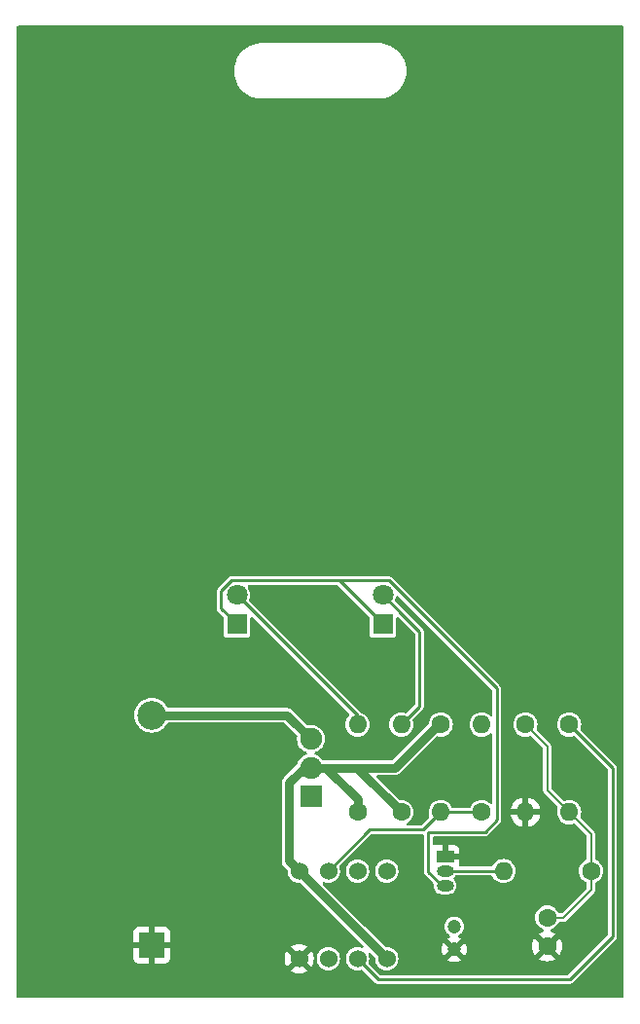
<source format=gbr>
%TF.GenerationSoftware,KiCad,Pcbnew,8.0.3*%
%TF.CreationDate,2024-07-07T15:03:45+03:00*%
%TF.ProjectId,Test,54657374-2e6b-4696-9361-645f70636258,v01*%
%TF.SameCoordinates,Original*%
%TF.FileFunction,Copper,L1,Top*%
%TF.FilePolarity,Positive*%
%FSLAX46Y46*%
G04 Gerber Fmt 4.6, Leading zero omitted, Abs format (unit mm)*
G04 Created by KiCad (PCBNEW 8.0.3) date 2024-07-07 15:03:45*
%MOMM*%
%LPD*%
G01*
G04 APERTURE LIST*
%TA.AperFunction,ComponentPad*%
%ADD10C,1.600000*%
%TD*%
%TA.AperFunction,ComponentPad*%
%ADD11O,1.600000X1.600000*%
%TD*%
%TA.AperFunction,ComponentPad*%
%ADD12R,1.900000X1.900000*%
%TD*%
%TA.AperFunction,ComponentPad*%
%ADD13C,1.900000*%
%TD*%
%TA.AperFunction,ComponentPad*%
%ADD14R,1.800000X1.800000*%
%TD*%
%TA.AperFunction,ComponentPad*%
%ADD15C,1.800000*%
%TD*%
%TA.AperFunction,ComponentPad*%
%ADD16R,2.170000X2.170000*%
%TD*%
%TA.AperFunction,ComponentPad*%
%ADD17C,2.500000*%
%TD*%
%TA.AperFunction,ComponentPad*%
%ADD18C,1.200000*%
%TD*%
%TA.AperFunction,ComponentPad*%
%ADD19C,1.524000*%
%TD*%
%TA.AperFunction,ComponentPad*%
%ADD20R,1.500000X1.000000*%
%TD*%
%TA.AperFunction,ComponentPad*%
%ADD21O,1.500000X1.000000*%
%TD*%
%TA.AperFunction,Conductor*%
%ADD22C,0.254000*%
%TD*%
%TA.AperFunction,Conductor*%
%ADD23C,0.762000*%
%TD*%
%TA.AperFunction,Conductor*%
%ADD24C,0.200000*%
%TD*%
G04 APERTURE END LIST*
D10*
%TO.P,R5,1*%
%TO.N,VCC*%
X157175200Y-110312200D03*
D11*
%TO.P,R5,2*%
%TO.N,Net-(D1-A)*%
X157175200Y-102692200D03*
%TD*%
D10*
%TO.P,R1,1*%
%TO.N,VCC*%
X164414200Y-102692200D03*
D11*
%TO.P,R1,2*%
%TO.N,Net-(U1-DIS)*%
X164414200Y-110312200D03*
%TD*%
D10*
%TO.P,R4,1*%
%TO.N,Net-(C2-Pad1)*%
X171780200Y-102692200D03*
D11*
%TO.P,R4,2*%
%TO.N,GND*%
X171780200Y-110312200D03*
%TD*%
D10*
%TO.P,R7,1*%
%TO.N,Net-(C2-Pad1)*%
X177495200Y-115432200D03*
D11*
%TO.P,R7,2*%
%TO.N,Net-(Q1-B)*%
X169875200Y-115432200D03*
%TD*%
D12*
%TO.P,S1,1*%
%TO.N,unconnected-(S1-Pad1)*%
X153111200Y-108940600D03*
D13*
%TO.P,S1,2*%
%TO.N,VCC*%
X153111200Y-106440600D03*
%TO.P,S1,3*%
%TO.N,Net-(BAT1-PadPos)*%
X153111200Y-103940600D03*
%TD*%
D14*
%TO.P,D1,1,K*%
%TO.N,Net-(D1-K)*%
X146685000Y-93980000D03*
D15*
%TO.P,D1,2,A*%
%TO.N,Net-(D1-A)*%
X146685000Y-91440000D03*
%TD*%
D16*
%TO.P,BAT1,Neg*%
%TO.N,GND*%
X139268200Y-121881900D03*
D17*
%TO.P,BAT1,Pos*%
%TO.N,Net-(BAT1-PadPos)*%
X139268200Y-101881900D03*
%TD*%
D18*
%TO.P,C1,1*%
%TO.N,Net-(U1-THRESH)*%
X165582600Y-120243600D03*
%TO.P,C1,2*%
%TO.N,GND*%
X165582600Y-122243600D03*
%TD*%
D10*
%TO.P,C2,1*%
%TO.N,Net-(C2-Pad1)*%
X173685200Y-119481600D03*
%TO.P,C2,2*%
%TO.N,GND*%
X173685200Y-121981600D03*
%TD*%
%TO.P,R6,1*%
%TO.N,VCC*%
X160985200Y-110312200D03*
D11*
%TO.P,R6,2*%
%TO.N,Net-(D2-A)*%
X160985200Y-102692200D03*
%TD*%
D10*
%TO.P,R3,1*%
%TO.N,Net-(U1-OUT)*%
X175590200Y-102692200D03*
D11*
%TO.P,R3,2*%
%TO.N,Net-(C2-Pad1)*%
X175590200Y-110312200D03*
%TD*%
D10*
%TO.P,R2,1*%
%TO.N,Net-(U1-DIS)*%
X167970200Y-110312200D03*
D11*
%TO.P,R2,2*%
%TO.N,Net-(U1-THRESH)*%
X167970200Y-102692200D03*
%TD*%
D19*
%TO.P,U1,1,GND*%
%TO.N,GND*%
X152095200Y-123052200D03*
%TO.P,U1,2,~{TRIG}*%
%TO.N,Net-(U1-THRESH)*%
X154635200Y-123052200D03*
%TO.P,U1,3,OUT*%
%TO.N,Net-(U1-OUT)*%
X157175200Y-123052200D03*
%TO.P,U1,4,~{RST}*%
%TO.N,VCC*%
X159715200Y-123052200D03*
%TO.P,U1,5,CV*%
%TO.N,unconnected-(U1-CV-Pad5)*%
X159715200Y-115432200D03*
%TO.P,U1,6,THRESH*%
%TO.N,Net-(U1-THRESH)*%
X157175200Y-115432200D03*
%TO.P,U1,7,DIS*%
%TO.N,Net-(U1-DIS)*%
X154635200Y-115432200D03*
%TO.P,U1,8,VDD*%
%TO.N,VCC*%
X152095200Y-115432200D03*
%TD*%
D20*
%TO.P,Q1,1,E*%
%TO.N,GND*%
X164795200Y-114162200D03*
D21*
%TO.P,Q1,2,B*%
%TO.N,Net-(Q1-B)*%
X164795200Y-115432200D03*
%TO.P,Q1,3,C*%
%TO.N,Net-(D1-K)*%
X164795200Y-116702200D03*
%TD*%
D14*
%TO.P,D2,1,K*%
%TO.N,Net-(D1-K)*%
X159385000Y-93980000D03*
D15*
%TO.P,D2,2,A*%
%TO.N,Net-(D2-A)*%
X159385000Y-91440000D03*
%TD*%
D22*
%TO.N,GND*%
X165271200Y-122555000D02*
X165582600Y-122243600D01*
D23*
%TO.N,Net-(BAT1-PadPos)*%
X151052500Y-101881900D02*
X153111200Y-103940600D01*
X139268200Y-101881900D02*
X151052500Y-101881900D01*
D24*
%TO.N,Net-(C2-Pad1)*%
X175082200Y-119481600D02*
X177495200Y-117068600D01*
X177495200Y-117068600D02*
X177495200Y-115432200D01*
X177495200Y-112217200D02*
X175590200Y-110312200D01*
X177495200Y-115432200D02*
X177495200Y-112217200D01*
X175590200Y-110312200D02*
X173685200Y-108407200D01*
X173685200Y-119481600D02*
X175082200Y-119481600D01*
X173685200Y-104597200D02*
X171780200Y-102692200D01*
X173685200Y-108407200D02*
X173685200Y-104597200D01*
D22*
%TO.N,Net-(D1-A)*%
X146685000Y-91440000D02*
X157175200Y-101930200D01*
X157175200Y-101930200D02*
X157175200Y-102692200D01*
%TO.N,Net-(D1-K)*%
X163344200Y-112024252D02*
X168264748Y-112024252D01*
X164795200Y-116702200D02*
X164545200Y-116702200D01*
X159385000Y-93980000D02*
X155575000Y-90170000D01*
X145288000Y-92583000D02*
X146685000Y-93980000D01*
X146219759Y-90170000D02*
X145288000Y-91101759D01*
X169291000Y-99568000D02*
X159893000Y-90170000D01*
X164545200Y-116702200D02*
X163344200Y-115501200D01*
X155575000Y-90170000D02*
X146219759Y-90170000D01*
X163344200Y-115501200D02*
X163344200Y-112024252D01*
X169291000Y-110998000D02*
X169291000Y-99568000D01*
X159893000Y-90170000D02*
X155575000Y-90170000D01*
X145288000Y-91101759D02*
X145288000Y-92583000D01*
X168264748Y-112024252D02*
X169291000Y-110998000D01*
%TO.N,Net-(D2-A)*%
X160985200Y-102692200D02*
X162560000Y-101117400D01*
X161036000Y-93091000D02*
X159385000Y-91440000D01*
X162560000Y-94615000D02*
X161036000Y-93091000D01*
X162560000Y-101117400D02*
X162560000Y-94615000D01*
%TO.N,Net-(Q1-B)*%
X164795200Y-115432200D02*
X169875200Y-115432200D01*
%TO.N,Net-(U1-DIS)*%
X154635200Y-115432200D02*
X158231200Y-111836200D01*
X158231200Y-111836200D02*
X162890200Y-111836200D01*
X164414200Y-110312200D02*
X167970200Y-110312200D01*
X162890200Y-111836200D02*
X164414200Y-110312200D01*
X167970200Y-110312200D02*
X168010200Y-110352200D01*
D23*
%TO.N,VCC*%
X151206200Y-107783600D02*
X151206200Y-114543200D01*
X157175200Y-109161098D02*
X157175200Y-110312200D01*
X153111200Y-106440600D02*
X154454702Y-106440600D01*
X152549200Y-106440600D02*
X151206200Y-107783600D01*
X152095200Y-115432200D02*
X159715200Y-123052200D01*
X153111200Y-106440600D02*
X160451800Y-106440600D01*
X154454702Y-106440600D02*
X157175200Y-109161098D01*
X153111200Y-106440600D02*
X152549200Y-106440600D01*
X153111200Y-106440600D02*
X157113600Y-106440600D01*
X157113600Y-106440600D02*
X160985200Y-110312200D01*
X160451800Y-106440600D02*
X164160200Y-102732200D01*
X151206200Y-114543200D02*
X152095200Y-115432200D01*
D22*
%TO.N,Net-(U1-OUT)*%
X157175200Y-123052200D02*
X158989400Y-124866400D01*
X179374800Y-106476800D02*
X175590200Y-102692200D01*
X158989400Y-124866400D02*
X175641000Y-124866400D01*
X179374800Y-121132600D02*
X179374800Y-106476800D01*
X175641000Y-124866400D02*
X179374800Y-121132600D01*
%TD*%
%TA.AperFunction,Conductor*%
%TO.N,GND*%
G36*
X164562066Y-114317975D02*
G01*
X164639425Y-114395334D01*
X164689800Y-114416200D01*
X164667200Y-114416200D01*
X164599079Y-114396198D01*
X164552586Y-114342542D01*
X164541200Y-114290200D01*
X164541200Y-114267599D01*
X164562066Y-114317975D01*
G37*
%TD.AperFunction*%
%TA.AperFunction,Conductor*%
G36*
X180281621Y-41930502D02*
G01*
X180328114Y-41984158D01*
X180339500Y-42036500D01*
X180339500Y-126365500D01*
X180319498Y-126433621D01*
X180265842Y-126480114D01*
X180213500Y-126491500D01*
X127634500Y-126491500D01*
X127566379Y-126471498D01*
X127519886Y-126417842D01*
X127508500Y-126365500D01*
X127508500Y-120748302D01*
X137675200Y-120748302D01*
X137675200Y-121627900D01*
X138739347Y-121627900D01*
X138723067Y-121656098D01*
X138683200Y-121804883D01*
X138683200Y-121958917D01*
X138723067Y-122107702D01*
X138739347Y-122135900D01*
X137675200Y-122135900D01*
X137675200Y-123015497D01*
X137681705Y-123075993D01*
X137732755Y-123212864D01*
X137732755Y-123212865D01*
X137820295Y-123329804D01*
X137937234Y-123417344D01*
X138074106Y-123468394D01*
X138134602Y-123474899D01*
X138134615Y-123474900D01*
X139014200Y-123474900D01*
X139014200Y-122410752D01*
X139042398Y-122427033D01*
X139191183Y-122466900D01*
X139345217Y-122466900D01*
X139494002Y-122427033D01*
X139522200Y-122410752D01*
X139522200Y-123474900D01*
X140401785Y-123474900D01*
X140401797Y-123474899D01*
X140462293Y-123468394D01*
X140599164Y-123417344D01*
X140599165Y-123417344D01*
X140716104Y-123329804D01*
X140803644Y-123212865D01*
X140803644Y-123212864D01*
X140854694Y-123075993D01*
X140857252Y-123052200D01*
X150820349Y-123052200D01*
X150839717Y-123273574D01*
X150897231Y-123488223D01*
X150897233Y-123488227D01*
X150991146Y-123689625D01*
X151035384Y-123752803D01*
X151035385Y-123752803D01*
X151714200Y-123073988D01*
X151714200Y-123102360D01*
X151740164Y-123199261D01*
X151790324Y-123286140D01*
X151861260Y-123357076D01*
X151948139Y-123407236D01*
X152045040Y-123433200D01*
X152073410Y-123433200D01*
X151394595Y-124112013D01*
X151394595Y-124112014D01*
X151457775Y-124156253D01*
X151457774Y-124156253D01*
X151659172Y-124250166D01*
X151659176Y-124250168D01*
X151873825Y-124307682D01*
X152095200Y-124327050D01*
X152316574Y-124307682D01*
X152531223Y-124250168D01*
X152531227Y-124250166D01*
X152732625Y-124156253D01*
X152732626Y-124156252D01*
X152795803Y-124112014D01*
X152795803Y-124112012D01*
X152116991Y-123433200D01*
X152145360Y-123433200D01*
X152242261Y-123407236D01*
X152329140Y-123357076D01*
X152400076Y-123286140D01*
X152450236Y-123199261D01*
X152476200Y-123102360D01*
X152476200Y-123073991D01*
X153155012Y-123752803D01*
X153155014Y-123752803D01*
X153199252Y-123689626D01*
X153199253Y-123689625D01*
X153293166Y-123488227D01*
X153293168Y-123488223D01*
X153350682Y-123273574D01*
X153366608Y-123091546D01*
X153382028Y-123052126D01*
X153602216Y-123052126D01*
X153615659Y-123077702D01*
X153617522Y-123090178D01*
X153633406Y-123251461D01*
X153633406Y-123251463D01*
X153691532Y-123443077D01*
X153691534Y-123443083D01*
X153785920Y-123619666D01*
X153785922Y-123619669D01*
X153912948Y-123774452D01*
X154067731Y-123901478D01*
X154067733Y-123901479D01*
X154235674Y-123991246D01*
X154244320Y-123995867D01*
X154435931Y-124053992D01*
X154435935Y-124053992D01*
X154435937Y-124053993D01*
X154635197Y-124073618D01*
X154635200Y-124073618D01*
X154635203Y-124073618D01*
X154834461Y-124053993D01*
X154834463Y-124053993D01*
X154834464Y-124053992D01*
X154834469Y-124053992D01*
X155026080Y-123995867D01*
X155202669Y-123901478D01*
X155357452Y-123774452D01*
X155484478Y-123619669D01*
X155578867Y-123443080D01*
X155636992Y-123251469D01*
X155638152Y-123239690D01*
X155656618Y-123052203D01*
X155656618Y-123052196D01*
X155636993Y-122852938D01*
X155636993Y-122852936D01*
X155636992Y-122852933D01*
X155636992Y-122852931D01*
X155578867Y-122661320D01*
X155570448Y-122645570D01*
X155484479Y-122484733D01*
X155484478Y-122484731D01*
X155357452Y-122329948D01*
X155202669Y-122202922D01*
X155202667Y-122202921D01*
X155202666Y-122202920D01*
X155026083Y-122108534D01*
X155026077Y-122108532D01*
X154945305Y-122084030D01*
X154834469Y-122050408D01*
X154834468Y-122050407D01*
X154834462Y-122050406D01*
X154635203Y-122030782D01*
X154635197Y-122030782D01*
X154435938Y-122050406D01*
X154435936Y-122050406D01*
X154244322Y-122108532D01*
X154244316Y-122108534D01*
X154067733Y-122202920D01*
X153912948Y-122329948D01*
X153785920Y-122484733D01*
X153691534Y-122661316D01*
X153691532Y-122661322D01*
X153633406Y-122852936D01*
X153633406Y-122852938D01*
X153617522Y-123014221D01*
X153602216Y-123052126D01*
X153382028Y-123052126D01*
X153382033Y-123052113D01*
X153368336Y-123025349D01*
X153366608Y-123012853D01*
X153350682Y-122830825D01*
X153293168Y-122616176D01*
X153293166Y-122616172D01*
X153199251Y-122414771D01*
X153155015Y-122351595D01*
X153155013Y-122351595D01*
X152476200Y-123030408D01*
X152476200Y-123002040D01*
X152450236Y-122905139D01*
X152400076Y-122818260D01*
X152329140Y-122747324D01*
X152242261Y-122697164D01*
X152145360Y-122671200D01*
X152116990Y-122671200D01*
X152795803Y-121992385D01*
X152795803Y-121992384D01*
X152732625Y-121948146D01*
X152531227Y-121854233D01*
X152531223Y-121854231D01*
X152316574Y-121796717D01*
X152095200Y-121777349D01*
X151873825Y-121796717D01*
X151659176Y-121854231D01*
X151659172Y-121854233D01*
X151457775Y-121948146D01*
X151394594Y-121992385D01*
X152073409Y-122671200D01*
X152045040Y-122671200D01*
X151948139Y-122697164D01*
X151861260Y-122747324D01*
X151790324Y-122818260D01*
X151740164Y-122905139D01*
X151714200Y-123002040D01*
X151714200Y-123030409D01*
X151035385Y-122351594D01*
X150991146Y-122414775D01*
X150897233Y-122616172D01*
X150897231Y-122616176D01*
X150839717Y-122830825D01*
X150820349Y-123052200D01*
X140857252Y-123052200D01*
X140861199Y-123015497D01*
X140861200Y-123015485D01*
X140861200Y-122135900D01*
X139797053Y-122135900D01*
X139813333Y-122107702D01*
X139853200Y-121958917D01*
X139853200Y-121804883D01*
X139813333Y-121656098D01*
X139797053Y-121627900D01*
X140861200Y-121627900D01*
X140861200Y-120748314D01*
X140861199Y-120748302D01*
X140854694Y-120687806D01*
X140803644Y-120550935D01*
X140803644Y-120550934D01*
X140716104Y-120433995D01*
X140599165Y-120346455D01*
X140462293Y-120295405D01*
X140401797Y-120288900D01*
X139522200Y-120288900D01*
X139522200Y-121353047D01*
X139494002Y-121336767D01*
X139345217Y-121296900D01*
X139191183Y-121296900D01*
X139042398Y-121336767D01*
X139014200Y-121353047D01*
X139014200Y-120288900D01*
X138134602Y-120288900D01*
X138074106Y-120295405D01*
X137937235Y-120346455D01*
X137937234Y-120346455D01*
X137820295Y-120433995D01*
X137732755Y-120550934D01*
X137732755Y-120550935D01*
X137681705Y-120687806D01*
X137675200Y-120748302D01*
X127508500Y-120748302D01*
X127508500Y-101881900D01*
X137759048Y-101881900D01*
X137764976Y-101957229D01*
X137777628Y-102117982D01*
X137832911Y-102348254D01*
X137918260Y-102554305D01*
X137923536Y-102567041D01*
X138038394Y-102754473D01*
X138047271Y-102768958D01*
X138047272Y-102768960D01*
X138201067Y-102949032D01*
X138355295Y-103080754D01*
X138381143Y-103102830D01*
X138583059Y-103226564D01*
X138801846Y-103317189D01*
X139032117Y-103372472D01*
X139268200Y-103391052D01*
X139504283Y-103372472D01*
X139734554Y-103317189D01*
X139953341Y-103226564D01*
X140155257Y-103102830D01*
X140335332Y-102949032D01*
X140489130Y-102768957D01*
X140606414Y-102577565D01*
X140659062Y-102529934D01*
X140713847Y-102517400D01*
X150737077Y-102517400D01*
X150805198Y-102537402D01*
X150826172Y-102554305D01*
X151886083Y-103614216D01*
X151920109Y-103676528D01*
X151922451Y-103714937D01*
X151922137Y-103718326D01*
X151901541Y-103940595D01*
X151901540Y-103940605D01*
X151922136Y-104162872D01*
X151922137Y-104162874D01*
X151983226Y-104377580D01*
X152082726Y-104577404D01*
X152082727Y-104577405D01*
X152082728Y-104577407D01*
X152217248Y-104755542D01*
X152382214Y-104905928D01*
X152382216Y-104905929D01*
X152382217Y-104905930D01*
X152572008Y-105023443D01*
X152616639Y-105040733D01*
X152700209Y-105073109D01*
X152756504Y-105116368D01*
X152780474Y-105183196D01*
X152764510Y-105252374D01*
X152713679Y-105301940D01*
X152700209Y-105308091D01*
X152572014Y-105357754D01*
X152572007Y-105357757D01*
X152382214Y-105475271D01*
X152217248Y-105625657D01*
X152082728Y-105803792D01*
X151983225Y-106003623D01*
X151950734Y-106117814D01*
X151918639Y-106172426D01*
X150801092Y-107289975D01*
X150712577Y-107378489D01*
X150712572Y-107378496D01*
X150643027Y-107482577D01*
X150595124Y-107598225D01*
X150595122Y-107598230D01*
X150570700Y-107721006D01*
X150570700Y-114605793D01*
X150591587Y-114710797D01*
X150595122Y-114728569D01*
X150643027Y-114844222D01*
X150712575Y-114948308D01*
X150712577Y-114948310D01*
X151042642Y-115278375D01*
X151076668Y-115340687D01*
X151078940Y-115379818D01*
X151073782Y-115432195D01*
X151073782Y-115432203D01*
X151093406Y-115631461D01*
X151093406Y-115631463D01*
X151151532Y-115823077D01*
X151151534Y-115823083D01*
X151245920Y-115999666D01*
X151245922Y-115999669D01*
X151372948Y-116154452D01*
X151527731Y-116281478D01*
X151527733Y-116281479D01*
X151646216Y-116344810D01*
X151704320Y-116375867D01*
X151895931Y-116433992D01*
X151895935Y-116433992D01*
X151895937Y-116433993D01*
X152095197Y-116453618D01*
X152095200Y-116453618D01*
X152095202Y-116453618D01*
X152119762Y-116451198D01*
X152147578Y-116448459D01*
X152217331Y-116461687D01*
X152249024Y-116484757D01*
X157650667Y-121886400D01*
X157684693Y-121948712D01*
X157679628Y-122019527D01*
X157637081Y-122076363D01*
X157570561Y-122101174D01*
X157524997Y-122096070D01*
X157374466Y-122050407D01*
X157374461Y-122050406D01*
X157175203Y-122030782D01*
X157175197Y-122030782D01*
X156975938Y-122050406D01*
X156975936Y-122050406D01*
X156784322Y-122108532D01*
X156784316Y-122108534D01*
X156607733Y-122202920D01*
X156452948Y-122329948D01*
X156325920Y-122484733D01*
X156231534Y-122661316D01*
X156231532Y-122661322D01*
X156173406Y-122852936D01*
X156173406Y-122852938D01*
X156153782Y-123052196D01*
X156153782Y-123052203D01*
X156173406Y-123251461D01*
X156173406Y-123251463D01*
X156231532Y-123443077D01*
X156231534Y-123443083D01*
X156325920Y-123619666D01*
X156325922Y-123619669D01*
X156452948Y-123774452D01*
X156607731Y-123901478D01*
X156607733Y-123901479D01*
X156775674Y-123991246D01*
X156784320Y-123995867D01*
X156975931Y-124053992D01*
X156975935Y-124053992D01*
X156975937Y-124053993D01*
X157175197Y-124073618D01*
X157175200Y-124073618D01*
X157175203Y-124073618D01*
X157374461Y-124053993D01*
X157374463Y-124053992D01*
X157374469Y-124053992D01*
X157400215Y-124046182D01*
X157503988Y-124014703D01*
X157574982Y-124014069D01*
X157629659Y-124046182D01*
X158684124Y-125100647D01*
X158755153Y-125171676D01*
X158755154Y-125171677D01*
X158755156Y-125171678D01*
X158842141Y-125221899D01*
X158842143Y-125221899D01*
X158842146Y-125221901D01*
X158939175Y-125247900D01*
X158939177Y-125247900D01*
X175691223Y-125247900D01*
X175691225Y-125247900D01*
X175788254Y-125221901D01*
X175788257Y-125221899D01*
X175788258Y-125221899D01*
X175831750Y-125196788D01*
X175875247Y-125171676D01*
X175946276Y-125100647D01*
X179680076Y-121366847D01*
X179730302Y-121279853D01*
X179756301Y-121182825D01*
X179756301Y-121082375D01*
X179756301Y-121074658D01*
X179756300Y-121074640D01*
X179756300Y-106537188D01*
X179756301Y-106537175D01*
X179756301Y-106426576D01*
X179730301Y-106329545D01*
X179680078Y-106242556D01*
X179680070Y-106242546D01*
X176614650Y-103177127D01*
X176580624Y-103114815D01*
X176583170Y-103051457D01*
X176629442Y-102898918D01*
X176633497Y-102857754D01*
X176649802Y-102692203D01*
X176649802Y-102692196D01*
X176629443Y-102485488D01*
X176629442Y-102485484D01*
X176629442Y-102485482D01*
X176569145Y-102286708D01*
X176471227Y-102103517D01*
X176471225Y-102103513D01*
X176339452Y-101942947D01*
X176178886Y-101811175D01*
X176178886Y-101811174D01*
X175995692Y-101713255D01*
X175796911Y-101652956D01*
X175590203Y-101632598D01*
X175590197Y-101632598D01*
X175383488Y-101652956D01*
X175184707Y-101713255D01*
X175001513Y-101811174D01*
X175001513Y-101811175D01*
X174840947Y-101942947D01*
X174709175Y-102103513D01*
X174709174Y-102103513D01*
X174611255Y-102286707D01*
X174550956Y-102485488D01*
X174530598Y-102692196D01*
X174530598Y-102692203D01*
X174550956Y-102898911D01*
X174611255Y-103097692D01*
X174709174Y-103280886D01*
X174840947Y-103441452D01*
X175001513Y-103573224D01*
X175001513Y-103573225D01*
X175001517Y-103573227D01*
X175184708Y-103671145D01*
X175383482Y-103731442D01*
X175383486Y-103731442D01*
X175383488Y-103731443D01*
X175590197Y-103751802D01*
X175590200Y-103751802D01*
X175590203Y-103751802D01*
X175796911Y-103731443D01*
X175796912Y-103731442D01*
X175796918Y-103731442D01*
X175949457Y-103685169D01*
X176020451Y-103684537D01*
X176075127Y-103716650D01*
X178956395Y-106597918D01*
X178990421Y-106660230D01*
X178993300Y-106687013D01*
X178993300Y-120922387D01*
X178973298Y-120990508D01*
X178956395Y-121011482D01*
X175519882Y-124447995D01*
X175457570Y-124482021D01*
X175430787Y-124484900D01*
X159199613Y-124484900D01*
X159131492Y-124464898D01*
X159110518Y-124447995D01*
X158169182Y-123506659D01*
X158135156Y-123444347D01*
X158137703Y-123380988D01*
X158176991Y-123251472D01*
X158176993Y-123251461D01*
X158196618Y-123052203D01*
X158196618Y-123052196D01*
X158176993Y-122852938D01*
X158176991Y-122852927D01*
X158131330Y-122702403D01*
X158130696Y-122631409D01*
X158168545Y-122571343D01*
X158232860Y-122541275D01*
X158303221Y-122550751D01*
X158340999Y-122576732D01*
X158662642Y-122898375D01*
X158696668Y-122960687D01*
X158698940Y-122999818D01*
X158693782Y-123052195D01*
X158693782Y-123052203D01*
X158713406Y-123251461D01*
X158713406Y-123251463D01*
X158771532Y-123443077D01*
X158771534Y-123443083D01*
X158865920Y-123619666D01*
X158865922Y-123619669D01*
X158992948Y-123774452D01*
X159147731Y-123901478D01*
X159147733Y-123901479D01*
X159315674Y-123991246D01*
X159324320Y-123995867D01*
X159515931Y-124053992D01*
X159515935Y-124053992D01*
X159515937Y-124053993D01*
X159715197Y-124073618D01*
X159715200Y-124073618D01*
X159715203Y-124073618D01*
X159914461Y-124053993D01*
X159914463Y-124053993D01*
X159914464Y-124053992D01*
X159914469Y-124053992D01*
X160106080Y-123995867D01*
X160282669Y-123901478D01*
X160437452Y-123774452D01*
X160564478Y-123619669D01*
X160658867Y-123443080D01*
X160716992Y-123251469D01*
X160718152Y-123239690D01*
X160723458Y-123185814D01*
X164999594Y-123185814D01*
X165086607Y-123239690D01*
X165086614Y-123239693D01*
X165278074Y-123313866D01*
X165278077Y-123313867D01*
X165479931Y-123351600D01*
X165685269Y-123351600D01*
X165887122Y-123313867D01*
X165887125Y-123313866D01*
X166078588Y-123239692D01*
X166078597Y-123239687D01*
X166165605Y-123185814D01*
X165582601Y-122602810D01*
X165582600Y-122602810D01*
X164999594Y-123185814D01*
X160723458Y-123185814D01*
X160736618Y-123052203D01*
X160736618Y-123052196D01*
X160716993Y-122852938D01*
X160716993Y-122852936D01*
X160716992Y-122852933D01*
X160716992Y-122852931D01*
X160658867Y-122661320D01*
X160650448Y-122645570D01*
X160564479Y-122484733D01*
X160564478Y-122484731D01*
X160437452Y-122329948D01*
X160332230Y-122243595D01*
X164469853Y-122243595D01*
X164469853Y-122243604D01*
X164488799Y-122448061D01*
X164488799Y-122448065D01*
X164544991Y-122645562D01*
X164544994Y-122645570D01*
X164636522Y-122829385D01*
X164636525Y-122829389D01*
X164636987Y-122830000D01*
X164636988Y-122830000D01*
X165223390Y-122243599D01*
X165183895Y-122204104D01*
X165282600Y-122204104D01*
X165282600Y-122283096D01*
X165303044Y-122359396D01*
X165342540Y-122427805D01*
X165398395Y-122483660D01*
X165466804Y-122523156D01*
X165543104Y-122543600D01*
X165622096Y-122543600D01*
X165698396Y-122523156D01*
X165766805Y-122483660D01*
X165822660Y-122427805D01*
X165862156Y-122359396D01*
X165882600Y-122283096D01*
X165882600Y-122243599D01*
X165941810Y-122243599D01*
X165941810Y-122243601D01*
X166528209Y-122830000D01*
X166528212Y-122830000D01*
X166528674Y-122829390D01*
X166620205Y-122645570D01*
X166620208Y-122645562D01*
X166676400Y-122448065D01*
X166676400Y-122448061D01*
X166695347Y-122243604D01*
X166695347Y-122243595D01*
X166676400Y-122039138D01*
X166676400Y-122039134D01*
X166620208Y-121841637D01*
X166620205Y-121841629D01*
X166528674Y-121657810D01*
X166528211Y-121657198D01*
X165941810Y-122243599D01*
X165882600Y-122243599D01*
X165882600Y-122204104D01*
X165862156Y-122127804D01*
X165822660Y-122059395D01*
X165766805Y-122003540D01*
X165698396Y-121964044D01*
X165622096Y-121943600D01*
X165543104Y-121943600D01*
X165466804Y-121964044D01*
X165398395Y-122003540D01*
X165342540Y-122059395D01*
X165303044Y-122127804D01*
X165282600Y-122204104D01*
X165183895Y-122204104D01*
X164636989Y-121657198D01*
X164636987Y-121657198D01*
X164636523Y-121657813D01*
X164544994Y-121841629D01*
X164544991Y-121841637D01*
X164488799Y-122039134D01*
X164488799Y-122039138D01*
X164469853Y-122243595D01*
X160332230Y-122243595D01*
X160282669Y-122202922D01*
X160282667Y-122202921D01*
X160282666Y-122202920D01*
X160106083Y-122108534D01*
X160106077Y-122108532D01*
X160025305Y-122084030D01*
X159914469Y-122050408D01*
X159914468Y-122050407D01*
X159914462Y-122050406D01*
X159715203Y-122030782D01*
X159715195Y-122030782D01*
X159662818Y-122035940D01*
X159593065Y-122022711D01*
X159561375Y-121999642D01*
X157805333Y-120243600D01*
X164723393Y-120243600D01*
X164742168Y-120422239D01*
X164797672Y-120593066D01*
X164797675Y-120593072D01*
X164887485Y-120748626D01*
X164887488Y-120748630D01*
X165007678Y-120882115D01*
X165152994Y-120987694D01*
X165152995Y-120987694D01*
X165152996Y-120987695D01*
X165157457Y-120989681D01*
X165211554Y-121035658D01*
X165232206Y-121103584D01*
X165212857Y-121171893D01*
X165159648Y-121218897D01*
X165151730Y-121222280D01*
X165086601Y-121247512D01*
X165086600Y-121247512D01*
X164999593Y-121301383D01*
X164999593Y-121301384D01*
X165582599Y-121884390D01*
X165582600Y-121884390D01*
X166165605Y-121301383D01*
X166078599Y-121247513D01*
X166078590Y-121247508D01*
X166013469Y-121222280D01*
X165957175Y-121179020D01*
X165933205Y-121112192D01*
X165949170Y-121043014D01*
X166000001Y-120993449D01*
X166007713Y-120989694D01*
X166012204Y-120987695D01*
X166157522Y-120882115D01*
X166277713Y-120748629D01*
X166367525Y-120593071D01*
X166390994Y-120520842D01*
X166423031Y-120422239D01*
X166441807Y-120243600D01*
X166423031Y-120064961D01*
X166423031Y-120064960D01*
X166367527Y-119894133D01*
X166367524Y-119894127D01*
X166320073Y-119811940D01*
X166277713Y-119738571D01*
X166157522Y-119605085D01*
X166012204Y-119499505D01*
X165848110Y-119426446D01*
X165672412Y-119389100D01*
X165492788Y-119389100D01*
X165317089Y-119426446D01*
X165152992Y-119499507D01*
X165007678Y-119605084D01*
X164887488Y-119738569D01*
X164887485Y-119738573D01*
X164797675Y-119894127D01*
X164797672Y-119894133D01*
X164742168Y-120064960D01*
X164723393Y-120243600D01*
X157805333Y-120243600D01*
X154159732Y-116597999D01*
X154125706Y-116535687D01*
X154130771Y-116464872D01*
X154173318Y-116408036D01*
X154239838Y-116383225D01*
X154285403Y-116388330D01*
X154435927Y-116433991D01*
X154435928Y-116433991D01*
X154435931Y-116433992D01*
X154435934Y-116433992D01*
X154435938Y-116433993D01*
X154635197Y-116453618D01*
X154635200Y-116453618D01*
X154635203Y-116453618D01*
X154834461Y-116433993D01*
X154834463Y-116433993D01*
X154834464Y-116433992D01*
X154834469Y-116433992D01*
X155026080Y-116375867D01*
X155202669Y-116281478D01*
X155357452Y-116154452D01*
X155484478Y-115999669D01*
X155578867Y-115823080D01*
X155636992Y-115631469D01*
X155647605Y-115523712D01*
X155656618Y-115432203D01*
X155656618Y-115432196D01*
X156153782Y-115432196D01*
X156153782Y-115432203D01*
X156173406Y-115631461D01*
X156173406Y-115631463D01*
X156231532Y-115823077D01*
X156231534Y-115823083D01*
X156325920Y-115999666D01*
X156325922Y-115999669D01*
X156452948Y-116154452D01*
X156607731Y-116281478D01*
X156607733Y-116281479D01*
X156726216Y-116344810D01*
X156784320Y-116375867D01*
X156975931Y-116433992D01*
X156975935Y-116433992D01*
X156975937Y-116433993D01*
X157175197Y-116453618D01*
X157175200Y-116453618D01*
X157175203Y-116453618D01*
X157374461Y-116433993D01*
X157374463Y-116433993D01*
X157374464Y-116433992D01*
X157374469Y-116433992D01*
X157566080Y-116375867D01*
X157742669Y-116281478D01*
X157897452Y-116154452D01*
X158024478Y-115999669D01*
X158118867Y-115823080D01*
X158176992Y-115631469D01*
X158187605Y-115523712D01*
X158196618Y-115432203D01*
X158196618Y-115432196D01*
X158693782Y-115432196D01*
X158693782Y-115432203D01*
X158713406Y-115631461D01*
X158713406Y-115631463D01*
X158771532Y-115823077D01*
X158771534Y-115823083D01*
X158865920Y-115999666D01*
X158865922Y-115999669D01*
X158992948Y-116154452D01*
X159147731Y-116281478D01*
X159147733Y-116281479D01*
X159266216Y-116344810D01*
X159324320Y-116375867D01*
X159515931Y-116433992D01*
X159515935Y-116433992D01*
X159515937Y-116433993D01*
X159715197Y-116453618D01*
X159715200Y-116453618D01*
X159715203Y-116453618D01*
X159914461Y-116433993D01*
X159914463Y-116433993D01*
X159914464Y-116433992D01*
X159914469Y-116433992D01*
X160106080Y-116375867D01*
X160282669Y-116281478D01*
X160437452Y-116154452D01*
X160564478Y-115999669D01*
X160658867Y-115823080D01*
X160716992Y-115631469D01*
X160727605Y-115523712D01*
X160736618Y-115432203D01*
X160736618Y-115432196D01*
X160716993Y-115232938D01*
X160716993Y-115232936D01*
X160716992Y-115232933D01*
X160716992Y-115232931D01*
X160658867Y-115041320D01*
X160653189Y-115030698D01*
X160564479Y-114864733D01*
X160564478Y-114864731D01*
X160437452Y-114709948D01*
X160282669Y-114582922D01*
X160282667Y-114582921D01*
X160282666Y-114582920D01*
X160106083Y-114488534D01*
X160106077Y-114488532D01*
X159914462Y-114430406D01*
X159715203Y-114410782D01*
X159715197Y-114410782D01*
X159515938Y-114430406D01*
X159515936Y-114430406D01*
X159324322Y-114488532D01*
X159324316Y-114488534D01*
X159147733Y-114582920D01*
X158992948Y-114709948D01*
X158865920Y-114864733D01*
X158771534Y-115041316D01*
X158771532Y-115041322D01*
X158713406Y-115232936D01*
X158713406Y-115232938D01*
X158693782Y-115432196D01*
X158196618Y-115432196D01*
X158176993Y-115232938D01*
X158176993Y-115232936D01*
X158176992Y-115232933D01*
X158176992Y-115232931D01*
X158118867Y-115041320D01*
X158113189Y-115030698D01*
X158024479Y-114864733D01*
X158024478Y-114864731D01*
X157897452Y-114709948D01*
X157742669Y-114582922D01*
X157742667Y-114582921D01*
X157742666Y-114582920D01*
X157566083Y-114488534D01*
X157566077Y-114488532D01*
X157374462Y-114430406D01*
X157175203Y-114410782D01*
X157175197Y-114410782D01*
X156975938Y-114430406D01*
X156975936Y-114430406D01*
X156784322Y-114488532D01*
X156784316Y-114488534D01*
X156607733Y-114582920D01*
X156452948Y-114709948D01*
X156325920Y-114864733D01*
X156231534Y-115041316D01*
X156231532Y-115041322D01*
X156173406Y-115232936D01*
X156173406Y-115232938D01*
X156153782Y-115432196D01*
X155656618Y-115432196D01*
X155636993Y-115232938D01*
X155636992Y-115232935D01*
X155636992Y-115232931D01*
X155597701Y-115103410D01*
X155597068Y-115032418D01*
X155629179Y-114977742D01*
X158352318Y-112254605D01*
X158414630Y-112220579D01*
X158441413Y-112217700D01*
X162836700Y-112217700D01*
X162904821Y-112237702D01*
X162951314Y-112291358D01*
X162962700Y-112343700D01*
X162962700Y-115551423D01*
X162962699Y-115551423D01*
X162962700Y-115551425D01*
X162988699Y-115648454D01*
X163027621Y-115715869D01*
X163027621Y-115715871D01*
X163034146Y-115727171D01*
X163038924Y-115735447D01*
X163766415Y-116462938D01*
X163800439Y-116525249D01*
X163800898Y-116576612D01*
X163790700Y-116627880D01*
X163790700Y-116776514D01*
X163819592Y-116921761D01*
X163819695Y-116922280D01*
X163876571Y-117059590D01*
X163959141Y-117183166D01*
X163959142Y-117183167D01*
X163959147Y-117183173D01*
X164064226Y-117288252D01*
X164064232Y-117288257D01*
X164064234Y-117288259D01*
X164187810Y-117370829D01*
X164325120Y-117427705D01*
X164470888Y-117456700D01*
X164470889Y-117456700D01*
X165119511Y-117456700D01*
X165119512Y-117456700D01*
X165265280Y-117427705D01*
X165402590Y-117370829D01*
X165526166Y-117288259D01*
X165631259Y-117183166D01*
X165713829Y-117059590D01*
X165770705Y-116922280D01*
X165799700Y-116776512D01*
X165799700Y-116627888D01*
X165770705Y-116482120D01*
X165713829Y-116344810D01*
X165631259Y-116221234D01*
X165631257Y-116221232D01*
X165631252Y-116221226D01*
X165566321Y-116156295D01*
X165532295Y-116093983D01*
X165537360Y-116023168D01*
X165566321Y-115978105D01*
X165631255Y-115913170D01*
X165631259Y-115913166D01*
X165660302Y-115869698D01*
X165714778Y-115824171D01*
X165765068Y-115813700D01*
X168807910Y-115813700D01*
X168876031Y-115833702D01*
X168919032Y-115880304D01*
X168994174Y-116020886D01*
X169125947Y-116181452D01*
X169286513Y-116313224D01*
X169286513Y-116313225D01*
X169286517Y-116313227D01*
X169469708Y-116411145D01*
X169668482Y-116471442D01*
X169668486Y-116471442D01*
X169668488Y-116471443D01*
X169875197Y-116491802D01*
X169875200Y-116491802D01*
X169875203Y-116491802D01*
X170081911Y-116471443D01*
X170081912Y-116471442D01*
X170081918Y-116471442D01*
X170280692Y-116411145D01*
X170463883Y-116313227D01*
X170463884Y-116313225D01*
X170463886Y-116313225D01*
X170463886Y-116313224D01*
X170624452Y-116181452D01*
X170756227Y-116020883D01*
X170854145Y-115837692D01*
X170914442Y-115638918D01*
X170915177Y-115631463D01*
X170934802Y-115432203D01*
X170934802Y-115432196D01*
X170914443Y-115225488D01*
X170914442Y-115225486D01*
X170914442Y-115225482D01*
X170854145Y-115026708D01*
X170756227Y-114843517D01*
X170756225Y-114843513D01*
X170624452Y-114682947D01*
X170463886Y-114551175D01*
X170463886Y-114551174D01*
X170280692Y-114453255D01*
X170140676Y-114410782D01*
X170081918Y-114392958D01*
X170081917Y-114392957D01*
X170081911Y-114392956D01*
X169875203Y-114372598D01*
X169875197Y-114372598D01*
X169668488Y-114392956D01*
X169469707Y-114453255D01*
X169286513Y-114551174D01*
X169286513Y-114551175D01*
X169125947Y-114682947D01*
X168994175Y-114843513D01*
X168994174Y-114843513D01*
X168919032Y-114984096D01*
X168869280Y-115034744D01*
X168807910Y-115050700D01*
X166123956Y-115050700D01*
X166055835Y-115030698D01*
X166009342Y-114977042D01*
X165999238Y-114906768D01*
X166005900Y-114880667D01*
X166046694Y-114771292D01*
X166053199Y-114710797D01*
X166053200Y-114710785D01*
X166053200Y-114416200D01*
X164900600Y-114416200D01*
X164950975Y-114395334D01*
X165028334Y-114317975D01*
X165070200Y-114216901D01*
X165070200Y-114107499D01*
X165028334Y-114006425D01*
X164950975Y-113929066D01*
X164900600Y-113908200D01*
X165049200Y-113908200D01*
X166053200Y-113908200D01*
X166053200Y-113613614D01*
X166053199Y-113613602D01*
X166046694Y-113553106D01*
X165995644Y-113416235D01*
X165995644Y-113416234D01*
X165908104Y-113299295D01*
X165791165Y-113211755D01*
X165654293Y-113160705D01*
X165593797Y-113154200D01*
X165049200Y-113154200D01*
X165049200Y-113908200D01*
X164900600Y-113908200D01*
X164849901Y-113887200D01*
X164740499Y-113887200D01*
X164639425Y-113929066D01*
X164562066Y-114006425D01*
X164541200Y-114056800D01*
X164541200Y-113154200D01*
X163996602Y-113154200D01*
X163936105Y-113160705D01*
X163895732Y-113175764D01*
X163824916Y-113180828D01*
X163762604Y-113146803D01*
X163728579Y-113084491D01*
X163725700Y-113057708D01*
X163725700Y-112531752D01*
X163745702Y-112463631D01*
X163799358Y-112417138D01*
X163851700Y-112405752D01*
X168314971Y-112405752D01*
X168314973Y-112405752D01*
X168412002Y-112379753D01*
X168412005Y-112379751D01*
X168412006Y-112379751D01*
X168474448Y-112343700D01*
X168498995Y-112329528D01*
X168570024Y-112258499D01*
X168587733Y-112240790D01*
X168587739Y-112240782D01*
X169514871Y-111313649D01*
X169514881Y-111313642D01*
X169596270Y-111232253D01*
X169596276Y-111232247D01*
X169640193Y-111156180D01*
X169646499Y-111145258D01*
X169646499Y-111145257D01*
X169646501Y-111145254D01*
X169672500Y-111048225D01*
X169672500Y-110058200D01*
X170494117Y-110058200D01*
X171468514Y-110058200D01*
X171460120Y-110066594D01*
X171407459Y-110157806D01*
X171380200Y-110259539D01*
X171380200Y-110364861D01*
X171407459Y-110466594D01*
X171460120Y-110557806D01*
X171468514Y-110566200D01*
X170494118Y-110566200D01*
X170546386Y-110761268D01*
X170546388Y-110761273D01*
X170643112Y-110968698D01*
X170774384Y-111156174D01*
X170774389Y-111156180D01*
X170936219Y-111318010D01*
X170936225Y-111318015D01*
X171123701Y-111449287D01*
X171331126Y-111546011D01*
X171331131Y-111546013D01*
X171526200Y-111598281D01*
X171526200Y-110623886D01*
X171534594Y-110632280D01*
X171625806Y-110684941D01*
X171727539Y-110712200D01*
X171832861Y-110712200D01*
X171934594Y-110684941D01*
X172025806Y-110632280D01*
X172034200Y-110623886D01*
X172034200Y-111598281D01*
X172229268Y-111546013D01*
X172229273Y-111546011D01*
X172436698Y-111449287D01*
X172624174Y-111318015D01*
X172624180Y-111318010D01*
X172786010Y-111156180D01*
X172786015Y-111156174D01*
X172917287Y-110968698D01*
X173014011Y-110761273D01*
X173014013Y-110761268D01*
X173066282Y-110566200D01*
X172091886Y-110566200D01*
X172100280Y-110557806D01*
X172152941Y-110466594D01*
X172180200Y-110364861D01*
X172180200Y-110259539D01*
X172152941Y-110157806D01*
X172100280Y-110066594D01*
X172091886Y-110058200D01*
X173066282Y-110058200D01*
X173014013Y-109863131D01*
X173014011Y-109863126D01*
X172917287Y-109655701D01*
X172786015Y-109468225D01*
X172786010Y-109468219D01*
X172624180Y-109306389D01*
X172624174Y-109306384D01*
X172436698Y-109175112D01*
X172229273Y-109078388D01*
X172229271Y-109078387D01*
X172034200Y-109026117D01*
X172034200Y-110000514D01*
X172025806Y-109992120D01*
X171934594Y-109939459D01*
X171832861Y-109912200D01*
X171727539Y-109912200D01*
X171625806Y-109939459D01*
X171534594Y-109992120D01*
X171526200Y-110000514D01*
X171526200Y-109026117D01*
X171526199Y-109026117D01*
X171331128Y-109078387D01*
X171331126Y-109078388D01*
X171123701Y-109175112D01*
X170936225Y-109306384D01*
X170936219Y-109306389D01*
X170774389Y-109468219D01*
X170774384Y-109468225D01*
X170643112Y-109655701D01*
X170546388Y-109863126D01*
X170546386Y-109863131D01*
X170494117Y-110058200D01*
X169672500Y-110058200D01*
X169672500Y-102692196D01*
X170720598Y-102692196D01*
X170720598Y-102692203D01*
X170740956Y-102898911D01*
X170801255Y-103097692D01*
X170899174Y-103280886D01*
X171030947Y-103441452D01*
X171191513Y-103573224D01*
X171191513Y-103573225D01*
X171191517Y-103573227D01*
X171374708Y-103671145D01*
X171573482Y-103731442D01*
X171573486Y-103731442D01*
X171573488Y-103731443D01*
X171780197Y-103751802D01*
X171780200Y-103751802D01*
X171780203Y-103751802D01*
X171986911Y-103731443D01*
X171986912Y-103731442D01*
X171986918Y-103731442D01*
X172168754Y-103676282D01*
X172239748Y-103675650D01*
X172294424Y-103707763D01*
X173293795Y-104707134D01*
X173327821Y-104769446D01*
X173330700Y-104796229D01*
X173330700Y-108453874D01*
X173354859Y-108544033D01*
X173401526Y-108624864D01*
X173401534Y-108624874D01*
X174574637Y-109797976D01*
X174608662Y-109860288D01*
X174606117Y-109923646D01*
X174550956Y-110105488D01*
X174530598Y-110312196D01*
X174530598Y-110312203D01*
X174550956Y-110518911D01*
X174550957Y-110518917D01*
X174550958Y-110518918D01*
X174565301Y-110566200D01*
X174611255Y-110717692D01*
X174709174Y-110900886D01*
X174840947Y-111061452D01*
X175001513Y-111193224D01*
X175001513Y-111193225D01*
X175001517Y-111193227D01*
X175184708Y-111291145D01*
X175383482Y-111351442D01*
X175383486Y-111351442D01*
X175383488Y-111351443D01*
X175590197Y-111371802D01*
X175590200Y-111371802D01*
X175590203Y-111371802D01*
X175796911Y-111351443D01*
X175796912Y-111351442D01*
X175796918Y-111351442D01*
X175978754Y-111296282D01*
X176049748Y-111295650D01*
X176104424Y-111327763D01*
X177103795Y-112327134D01*
X177137821Y-112389446D01*
X177140700Y-112416229D01*
X177140700Y-114350477D01*
X177120698Y-114418598D01*
X177074097Y-114461599D01*
X176906511Y-114551176D01*
X176745947Y-114682947D01*
X176614175Y-114843513D01*
X176614174Y-114843513D01*
X176516255Y-115026707D01*
X176455956Y-115225488D01*
X176435598Y-115432196D01*
X176435598Y-115432203D01*
X176455956Y-115638911D01*
X176455957Y-115638917D01*
X176455958Y-115638918D01*
X176499360Y-115781997D01*
X176516255Y-115837692D01*
X176614174Y-116020886D01*
X176745947Y-116181452D01*
X176906513Y-116313224D01*
X176906513Y-116313225D01*
X176906517Y-116313227D01*
X177047024Y-116388330D01*
X177074096Y-116402800D01*
X177124744Y-116452552D01*
X177140700Y-116513922D01*
X177140700Y-116869571D01*
X177120698Y-116937692D01*
X177103795Y-116958666D01*
X174972266Y-119090195D01*
X174909954Y-119124221D01*
X174883171Y-119127100D01*
X174766922Y-119127100D01*
X174698801Y-119107098D01*
X174655800Y-119060496D01*
X174566225Y-118892913D01*
X174434452Y-118732347D01*
X174273886Y-118600575D01*
X174273886Y-118600574D01*
X174090692Y-118502655D01*
X173891911Y-118442356D01*
X173685203Y-118421998D01*
X173685197Y-118421998D01*
X173478488Y-118442356D01*
X173279707Y-118502655D01*
X173096513Y-118600574D01*
X173096513Y-118600575D01*
X172935947Y-118732347D01*
X172804175Y-118892913D01*
X172804174Y-118892913D01*
X172706255Y-119076107D01*
X172645956Y-119274888D01*
X172625598Y-119481596D01*
X172625598Y-119481603D01*
X172645956Y-119688311D01*
X172645957Y-119688317D01*
X172645958Y-119688318D01*
X172669301Y-119765271D01*
X172706255Y-119887092D01*
X172804174Y-120070286D01*
X172935947Y-120230852D01*
X173096513Y-120362624D01*
X173096513Y-120362625D01*
X173096517Y-120362627D01*
X173279708Y-120460545D01*
X173339827Y-120478781D01*
X173399207Y-120517696D01*
X173428123Y-120582537D01*
X173417393Y-120652718D01*
X173370424Y-120705957D01*
X173335863Y-120721062D01*
X173236139Y-120747783D01*
X173236126Y-120747788D01*
X173028700Y-120844513D01*
X172957309Y-120894500D01*
X173644409Y-121581600D01*
X173632539Y-121581600D01*
X173530806Y-121608859D01*
X173439594Y-121661520D01*
X173365120Y-121735994D01*
X173312459Y-121827206D01*
X173285200Y-121928939D01*
X173285200Y-121940809D01*
X172598100Y-121253709D01*
X172548113Y-121325100D01*
X172451388Y-121532526D01*
X172451386Y-121532531D01*
X172392151Y-121753597D01*
X172372204Y-121981600D01*
X172392151Y-122209602D01*
X172451386Y-122430668D01*
X172451388Y-122430673D01*
X172548113Y-122638101D01*
X172598099Y-122709488D01*
X173285200Y-122022388D01*
X173285200Y-122034261D01*
X173312459Y-122135994D01*
X173365120Y-122227206D01*
X173439594Y-122301680D01*
X173530806Y-122354341D01*
X173632539Y-122381600D01*
X173644410Y-122381600D01*
X172957310Y-123068698D01*
X172957310Y-123068700D01*
X173028698Y-123118686D01*
X173236126Y-123215411D01*
X173236131Y-123215413D01*
X173457199Y-123274648D01*
X173457195Y-123274648D01*
X173685200Y-123294595D01*
X173913202Y-123274648D01*
X174134268Y-123215413D01*
X174134273Y-123215411D01*
X174341697Y-123118688D01*
X174413088Y-123068699D01*
X174413088Y-123068697D01*
X173725991Y-122381600D01*
X173737861Y-122381600D01*
X173839594Y-122354341D01*
X173930806Y-122301680D01*
X174005280Y-122227206D01*
X174057941Y-122135994D01*
X174085200Y-122034261D01*
X174085200Y-122022391D01*
X174772297Y-122709488D01*
X174772299Y-122709488D01*
X174822288Y-122638097D01*
X174919011Y-122430673D01*
X174919013Y-122430668D01*
X174978248Y-122209602D01*
X174998195Y-121981600D01*
X174978248Y-121753597D01*
X174919013Y-121532531D01*
X174919011Y-121532526D01*
X174822286Y-121325098D01*
X174772300Y-121253710D01*
X174772298Y-121253710D01*
X174085200Y-121940808D01*
X174085200Y-121928939D01*
X174057941Y-121827206D01*
X174005280Y-121735994D01*
X173930806Y-121661520D01*
X173839594Y-121608859D01*
X173737861Y-121581600D01*
X173725990Y-121581600D01*
X174413088Y-120894499D01*
X174413088Y-120894498D01*
X174341701Y-120844513D01*
X174134273Y-120747788D01*
X174134271Y-120747787D01*
X174034536Y-120721063D01*
X173973914Y-120684111D01*
X173942892Y-120620250D01*
X173951321Y-120549756D01*
X173996524Y-120495009D01*
X174030571Y-120478782D01*
X174090692Y-120460545D01*
X174273883Y-120362627D01*
X174273884Y-120362625D01*
X174273886Y-120362625D01*
X174273886Y-120362624D01*
X174434452Y-120230852D01*
X174566227Y-120070283D01*
X174655800Y-119902703D01*
X174705552Y-119852056D01*
X174766922Y-119836100D01*
X175128871Y-119836100D01*
X175219032Y-119811941D01*
X175299868Y-119765271D01*
X177778871Y-117286268D01*
X177825541Y-117205432D01*
X177849700Y-117115271D01*
X177849700Y-117021929D01*
X177849700Y-116513922D01*
X177869702Y-116445801D01*
X177916304Y-116402800D01*
X178083883Y-116313227D01*
X178083884Y-116313225D01*
X178083886Y-116313225D01*
X178083886Y-116313224D01*
X178244452Y-116181452D01*
X178376227Y-116020883D01*
X178474145Y-115837692D01*
X178534442Y-115638918D01*
X178535177Y-115631463D01*
X178554802Y-115432203D01*
X178554802Y-115432196D01*
X178534443Y-115225488D01*
X178534442Y-115225486D01*
X178534442Y-115225482D01*
X178474145Y-115026708D01*
X178376227Y-114843517D01*
X178376225Y-114843513D01*
X178244452Y-114682947D01*
X178083888Y-114551176D01*
X178083884Y-114551173D01*
X178083883Y-114551173D01*
X177966692Y-114488533D01*
X177916303Y-114461599D01*
X177865655Y-114411846D01*
X177849700Y-114350477D01*
X177849700Y-112170529D01*
X177849699Y-112170525D01*
X177825540Y-112080366D01*
X177778873Y-111999535D01*
X177778869Y-111999530D01*
X177712868Y-111933529D01*
X176605763Y-110826424D01*
X176571737Y-110764112D01*
X176574283Y-110700754D01*
X176595054Y-110632280D01*
X176629442Y-110518918D01*
X176634596Y-110466594D01*
X176649802Y-110312203D01*
X176649802Y-110312196D01*
X176629443Y-110105488D01*
X176629442Y-110105486D01*
X176629442Y-110105482D01*
X176569145Y-109906708D01*
X176471227Y-109723517D01*
X176471225Y-109723513D01*
X176339452Y-109562947D01*
X176178886Y-109431175D01*
X176178886Y-109431174D01*
X175995692Y-109333255D01*
X175907126Y-109306389D01*
X175796918Y-109272958D01*
X175796917Y-109272957D01*
X175796911Y-109272956D01*
X175590203Y-109252598D01*
X175590197Y-109252598D01*
X175383488Y-109272956D01*
X175201646Y-109328117D01*
X175130652Y-109328750D01*
X175075976Y-109296637D01*
X174076605Y-108297266D01*
X174042579Y-108234954D01*
X174039700Y-108208171D01*
X174039700Y-104550529D01*
X174039699Y-104550525D01*
X174015540Y-104460366D01*
X173968873Y-104379535D01*
X173968869Y-104379530D01*
X173966910Y-104377571D01*
X173902868Y-104313529D01*
X172795763Y-103206424D01*
X172761737Y-103144112D01*
X172764283Y-103080754D01*
X172773170Y-103051457D01*
X172819442Y-102898918D01*
X172823497Y-102857754D01*
X172839802Y-102692203D01*
X172839802Y-102692196D01*
X172819443Y-102485488D01*
X172819442Y-102485484D01*
X172819442Y-102485482D01*
X172759145Y-102286708D01*
X172661227Y-102103517D01*
X172661225Y-102103513D01*
X172529452Y-101942947D01*
X172368886Y-101811175D01*
X172368886Y-101811174D01*
X172185692Y-101713255D01*
X171986911Y-101652956D01*
X171780203Y-101632598D01*
X171780197Y-101632598D01*
X171573488Y-101652956D01*
X171374707Y-101713255D01*
X171191513Y-101811174D01*
X171191513Y-101811175D01*
X171030947Y-101942947D01*
X170899175Y-102103513D01*
X170899174Y-102103513D01*
X170801255Y-102286707D01*
X170740956Y-102485488D01*
X170720598Y-102692196D01*
X169672500Y-102692196D01*
X169672500Y-99517775D01*
X169646501Y-99420746D01*
X169646499Y-99420743D01*
X169646499Y-99420741D01*
X169596278Y-99333756D01*
X169596274Y-99333751D01*
X169525247Y-99262724D01*
X164827298Y-94564775D01*
X160127253Y-89864729D01*
X160127243Y-89864721D01*
X160040258Y-89814500D01*
X160028792Y-89811427D01*
X159943225Y-89788500D01*
X155625225Y-89788500D01*
X146169534Y-89788500D01*
X146110149Y-89804412D01*
X146072500Y-89814500D01*
X145985515Y-89864721D01*
X145985509Y-89864726D01*
X145519631Y-90330604D01*
X145053753Y-90796483D01*
X145020610Y-90829626D01*
X144982725Y-90867510D01*
X144982721Y-90867515D01*
X144932500Y-90954500D01*
X144906500Y-91051535D01*
X144906500Y-92633223D01*
X144906499Y-92633223D01*
X144932500Y-92730258D01*
X144982721Y-92817243D01*
X144982726Y-92817249D01*
X145493595Y-93328117D01*
X145527620Y-93390430D01*
X145530500Y-93417213D01*
X145530500Y-94905063D01*
X145530501Y-94905073D01*
X145545265Y-94979300D01*
X145601516Y-95063484D01*
X145685697Y-95119733D01*
X145685699Y-95119734D01*
X145759933Y-95134500D01*
X147610066Y-95134499D01*
X147610069Y-95134498D01*
X147610073Y-95134498D01*
X147659326Y-95124701D01*
X147684301Y-95119734D01*
X147768484Y-95063484D01*
X147824734Y-94979301D01*
X147839500Y-94905067D01*
X147839499Y-93438211D01*
X147859501Y-93370091D01*
X147913157Y-93323598D01*
X147983431Y-93313494D01*
X148048011Y-93342987D01*
X148054594Y-93349117D01*
X156449840Y-101744363D01*
X156483866Y-101806675D01*
X156478801Y-101877490D01*
X156440683Y-101930853D01*
X156425948Y-101942946D01*
X156425947Y-101942947D01*
X156294175Y-102103513D01*
X156294174Y-102103513D01*
X156196255Y-102286707D01*
X156135956Y-102485488D01*
X156115598Y-102692196D01*
X156115598Y-102692203D01*
X156135956Y-102898911D01*
X156196255Y-103097692D01*
X156294174Y-103280886D01*
X156425947Y-103441452D01*
X156586513Y-103573224D01*
X156586513Y-103573225D01*
X156586517Y-103573227D01*
X156769708Y-103671145D01*
X156968482Y-103731442D01*
X156968486Y-103731442D01*
X156968488Y-103731443D01*
X157175197Y-103751802D01*
X157175200Y-103751802D01*
X157175203Y-103751802D01*
X157381911Y-103731443D01*
X157381912Y-103731442D01*
X157381918Y-103731442D01*
X157580692Y-103671145D01*
X157763883Y-103573227D01*
X157763884Y-103573225D01*
X157763886Y-103573225D01*
X157763886Y-103573224D01*
X157924452Y-103441452D01*
X158056227Y-103280883D01*
X158154145Y-103097692D01*
X158214442Y-102898918D01*
X158218497Y-102857754D01*
X158234802Y-102692203D01*
X158234802Y-102692196D01*
X158214443Y-102485488D01*
X158214442Y-102485484D01*
X158214442Y-102485482D01*
X158154145Y-102286708D01*
X158056227Y-102103517D01*
X158056225Y-102103513D01*
X157924452Y-101942947D01*
X157763886Y-101811175D01*
X157763886Y-101811174D01*
X157580695Y-101713256D01*
X157580686Y-101713253D01*
X157534455Y-101699229D01*
X157491875Y-101686312D01*
X157439356Y-101654833D01*
X147789439Y-92004916D01*
X147755413Y-91942604D01*
X147760478Y-91871789D01*
X147765747Y-91859652D01*
X147765904Y-91859334D01*
X147766151Y-91858840D01*
X147824704Y-91653048D01*
X147844446Y-91440000D01*
X147824704Y-91226952D01*
X147766151Y-91021160D01*
X147670781Y-90829630D01*
X147613239Y-90753432D01*
X147588149Y-90687017D01*
X147602949Y-90617580D01*
X147652940Y-90567167D01*
X147713789Y-90551500D01*
X155364787Y-90551500D01*
X155432908Y-90571502D01*
X155453882Y-90588405D01*
X158193595Y-93328118D01*
X158227621Y-93390430D01*
X158230500Y-93417213D01*
X158230500Y-94905063D01*
X158230501Y-94905073D01*
X158245265Y-94979300D01*
X158301516Y-95063484D01*
X158385697Y-95119733D01*
X158385699Y-95119734D01*
X158459933Y-95134500D01*
X160310066Y-95134499D01*
X160310069Y-95134498D01*
X160310073Y-95134498D01*
X160359326Y-95124701D01*
X160384301Y-95119734D01*
X160468484Y-95063484D01*
X160524734Y-94979301D01*
X160539500Y-94905067D01*
X160539499Y-93438211D01*
X160559501Y-93370091D01*
X160613157Y-93323598D01*
X160683431Y-93313494D01*
X160748011Y-93342987D01*
X160754594Y-93349117D01*
X162141595Y-94736117D01*
X162175620Y-94798429D01*
X162178500Y-94825212D01*
X162178500Y-100907185D01*
X162158498Y-100975306D01*
X162141595Y-100996281D01*
X161470125Y-101667750D01*
X161407813Y-101701775D01*
X161344455Y-101699229D01*
X161191911Y-101652956D01*
X160985203Y-101632598D01*
X160985197Y-101632598D01*
X160778488Y-101652956D01*
X160579707Y-101713255D01*
X160396513Y-101811174D01*
X160396513Y-101811175D01*
X160235947Y-101942947D01*
X160104175Y-102103513D01*
X160104174Y-102103513D01*
X160006255Y-102286707D01*
X159945956Y-102485488D01*
X159925598Y-102692196D01*
X159925598Y-102692203D01*
X159945956Y-102898911D01*
X160006255Y-103097692D01*
X160104174Y-103280886D01*
X160235947Y-103441452D01*
X160396513Y-103573224D01*
X160396513Y-103573225D01*
X160396517Y-103573227D01*
X160579708Y-103671145D01*
X160778482Y-103731442D01*
X160778486Y-103731442D01*
X160778488Y-103731443D01*
X160985197Y-103751802D01*
X160985200Y-103751802D01*
X160985203Y-103751802D01*
X161191911Y-103731443D01*
X161191912Y-103731442D01*
X161191918Y-103731442D01*
X161390692Y-103671145D01*
X161573883Y-103573227D01*
X161573884Y-103573225D01*
X161573886Y-103573225D01*
X161573886Y-103573224D01*
X161734452Y-103441452D01*
X161866227Y-103280883D01*
X161964145Y-103097692D01*
X162024442Y-102898918D01*
X162028497Y-102857754D01*
X162044802Y-102692203D01*
X162044802Y-102692196D01*
X162024443Y-102485490D01*
X162024442Y-102485488D01*
X162024442Y-102485482D01*
X161978168Y-102332939D01*
X161977536Y-102261949D01*
X162009647Y-102207274D01*
X162783868Y-101433052D01*
X162783878Y-101433045D01*
X162865270Y-101351653D01*
X162865276Y-101351647D01*
X162915501Y-101264654D01*
X162915502Y-101264653D01*
X162941501Y-101167625D01*
X162941501Y-101067175D01*
X162941501Y-101059458D01*
X162941500Y-101059440D01*
X162941500Y-94564776D01*
X162941500Y-94564775D01*
X162915501Y-94467746D01*
X162915499Y-94467743D01*
X162915499Y-94467741D01*
X162865278Y-94380756D01*
X162865270Y-94380746D01*
X162789858Y-94305334D01*
X162789835Y-94305313D01*
X161270247Y-92785724D01*
X160489439Y-92004916D01*
X160455413Y-91942604D01*
X160460478Y-91871789D01*
X160465747Y-91859652D01*
X160465904Y-91859334D01*
X160466151Y-91858840D01*
X160524704Y-91653048D01*
X160526382Y-91634930D01*
X160552584Y-91568948D01*
X160610300Y-91527604D01*
X160681207Y-91524027D01*
X160740940Y-91557463D01*
X168872595Y-99689118D01*
X168906621Y-99751430D01*
X168909500Y-99778213D01*
X168909500Y-101832511D01*
X168889498Y-101900632D01*
X168835842Y-101947125D01*
X168765568Y-101957229D01*
X168703567Y-101929911D01*
X168597256Y-101842665D01*
X168558883Y-101811173D01*
X168375692Y-101713255D01*
X168176918Y-101652958D01*
X168176917Y-101652957D01*
X168176911Y-101652956D01*
X167970203Y-101632598D01*
X167970197Y-101632598D01*
X167763488Y-101652956D01*
X167564707Y-101713255D01*
X167381513Y-101811174D01*
X167381513Y-101811175D01*
X167220947Y-101942947D01*
X167089175Y-102103513D01*
X167089174Y-102103513D01*
X166991255Y-102286707D01*
X166930956Y-102485488D01*
X166910598Y-102692196D01*
X166910598Y-102692203D01*
X166930956Y-102898911D01*
X166991255Y-103097692D01*
X167089174Y-103280886D01*
X167220947Y-103441452D01*
X167381513Y-103573224D01*
X167381513Y-103573225D01*
X167381517Y-103573227D01*
X167564708Y-103671145D01*
X167763482Y-103731442D01*
X167763486Y-103731442D01*
X167763488Y-103731443D01*
X167970197Y-103751802D01*
X167970200Y-103751802D01*
X167970203Y-103751802D01*
X168176911Y-103731443D01*
X168176912Y-103731442D01*
X168176918Y-103731442D01*
X168375692Y-103671145D01*
X168558883Y-103573227D01*
X168558884Y-103573225D01*
X168558886Y-103573225D01*
X168558886Y-103573224D01*
X168643700Y-103503620D01*
X168703567Y-103454489D01*
X168768914Y-103426735D01*
X168838892Y-103438717D01*
X168891284Y-103486630D01*
X168909500Y-103551888D01*
X168909500Y-109452511D01*
X168889498Y-109520632D01*
X168835842Y-109567125D01*
X168765568Y-109577229D01*
X168703567Y-109549911D01*
X168644015Y-109501038D01*
X168558883Y-109431173D01*
X168375692Y-109333255D01*
X168176918Y-109272958D01*
X168176917Y-109272957D01*
X168176911Y-109272956D01*
X167970203Y-109252598D01*
X167970197Y-109252598D01*
X167763488Y-109272956D01*
X167564707Y-109333255D01*
X167381513Y-109431174D01*
X167381513Y-109431175D01*
X167220947Y-109562947D01*
X167089175Y-109723513D01*
X167089174Y-109723513D01*
X167030900Y-109832537D01*
X167014548Y-109863131D01*
X167014032Y-109864096D01*
X166964280Y-109914744D01*
X166902910Y-109930700D01*
X165481490Y-109930700D01*
X165413369Y-109910698D01*
X165370368Y-109864096D01*
X165369852Y-109863131D01*
X165295227Y-109723517D01*
X165295225Y-109723513D01*
X165163452Y-109562947D01*
X165002886Y-109431175D01*
X165002886Y-109431174D01*
X164819692Y-109333255D01*
X164731126Y-109306389D01*
X164620918Y-109272958D01*
X164620917Y-109272957D01*
X164620911Y-109272956D01*
X164414203Y-109252598D01*
X164414197Y-109252598D01*
X164207488Y-109272956D01*
X164008707Y-109333255D01*
X163825513Y-109431174D01*
X163825513Y-109431175D01*
X163664947Y-109562947D01*
X163533175Y-109723513D01*
X163533174Y-109723513D01*
X163435255Y-109906707D01*
X163374956Y-110105488D01*
X163354598Y-110312196D01*
X163354598Y-110312203D01*
X163374956Y-110518911D01*
X163421229Y-110671455D01*
X163421862Y-110742449D01*
X163389750Y-110797125D01*
X162769082Y-111417795D01*
X162706769Y-111451820D01*
X162679986Y-111454700D01*
X161587722Y-111454700D01*
X161519601Y-111434698D01*
X161473108Y-111381042D01*
X161463004Y-111310768D01*
X161492498Y-111246188D01*
X161528323Y-111217579D01*
X161573883Y-111193227D01*
X161734452Y-111061452D01*
X161866227Y-110900883D01*
X161964145Y-110717692D01*
X162024442Y-110518918D01*
X162029596Y-110466594D01*
X162044802Y-110312203D01*
X162044802Y-110312196D01*
X162024443Y-110105488D01*
X162024442Y-110105486D01*
X162024442Y-110105482D01*
X161964145Y-109906708D01*
X161866227Y-109723517D01*
X161866225Y-109723513D01*
X161734452Y-109562947D01*
X161573886Y-109431175D01*
X161573886Y-109431174D01*
X161390692Y-109333255D01*
X161302126Y-109306389D01*
X161191918Y-109272958D01*
X161191917Y-109272957D01*
X161191911Y-109272956D01*
X160985203Y-109252598D01*
X160985197Y-109252598D01*
X160898060Y-109261180D01*
X160828307Y-109247951D01*
X160796615Y-109224882D01*
X158862928Y-107291195D01*
X158828902Y-107228883D01*
X158833967Y-107158068D01*
X158876514Y-107101232D01*
X158943034Y-107076421D01*
X158952023Y-107076100D01*
X160514390Y-107076100D01*
X160514391Y-107076100D01*
X160637169Y-107051678D01*
X160752822Y-107003773D01*
X160856908Y-106934225D01*
X164040688Y-103750443D01*
X164102998Y-103716420D01*
X164166353Y-103718965D01*
X164207482Y-103731442D01*
X164207487Y-103731442D01*
X164207489Y-103731443D01*
X164414197Y-103751802D01*
X164414200Y-103751802D01*
X164414203Y-103751802D01*
X164620911Y-103731443D01*
X164620912Y-103731442D01*
X164620918Y-103731442D01*
X164819692Y-103671145D01*
X165002883Y-103573227D01*
X165002884Y-103573225D01*
X165002886Y-103573225D01*
X165002886Y-103573224D01*
X165163452Y-103441452D01*
X165295227Y-103280883D01*
X165393145Y-103097692D01*
X165453442Y-102898918D01*
X165457497Y-102857754D01*
X165473802Y-102692203D01*
X165473802Y-102692196D01*
X165453443Y-102485488D01*
X165453442Y-102485484D01*
X165453442Y-102485482D01*
X165393145Y-102286708D01*
X165295227Y-102103517D01*
X165295225Y-102103513D01*
X165163452Y-101942947D01*
X165002886Y-101811175D01*
X165002886Y-101811174D01*
X164819692Y-101713255D01*
X164620911Y-101652956D01*
X164414203Y-101632598D01*
X164414197Y-101632598D01*
X164207488Y-101652956D01*
X164008707Y-101713255D01*
X163825513Y-101811174D01*
X163825513Y-101811175D01*
X163664947Y-101942947D01*
X163533175Y-102103513D01*
X163533174Y-102103513D01*
X163435255Y-102286707D01*
X163435255Y-102286708D01*
X163374958Y-102485482D01*
X163374957Y-102485490D01*
X163364821Y-102588398D01*
X163338238Y-102654230D01*
X163328523Y-102665142D01*
X160225472Y-105768195D01*
X160163160Y-105802220D01*
X160136377Y-105805100D01*
X154203399Y-105805100D01*
X154135278Y-105785098D01*
X154102848Y-105755031D01*
X154005150Y-105625656D01*
X153840185Y-105475271D01*
X153650392Y-105357757D01*
X153650385Y-105357754D01*
X153522190Y-105308091D01*
X153465895Y-105264832D01*
X153441925Y-105198004D01*
X153457889Y-105128826D01*
X153508720Y-105079260D01*
X153522190Y-105073109D01*
X153552469Y-105061378D01*
X153650392Y-105023443D01*
X153840183Y-104905930D01*
X154005150Y-104755543D01*
X154013838Y-104744039D01*
X154041707Y-104707134D01*
X154139674Y-104577404D01*
X154239174Y-104377580D01*
X154300263Y-104162874D01*
X154320860Y-103940600D01*
X154300263Y-103718326D01*
X154239174Y-103503620D01*
X154139674Y-103303796D01*
X154122371Y-103280883D01*
X154005151Y-103125657D01*
X153840185Y-102975271D01*
X153650392Y-102857757D01*
X153650385Y-102857754D01*
X153442245Y-102777119D01*
X153386385Y-102766677D01*
X153222813Y-102736100D01*
X152999587Y-102736100D01*
X152901291Y-102754473D01*
X152830655Y-102747328D01*
X152789046Y-102719713D01*
X151457610Y-101388277D01*
X151457608Y-101388275D01*
X151353522Y-101318727D01*
X151257663Y-101279021D01*
X151237874Y-101270824D01*
X151237869Y-101270822D01*
X151115093Y-101246400D01*
X151115091Y-101246400D01*
X140713847Y-101246400D01*
X140645726Y-101226398D01*
X140606414Y-101186234D01*
X140595012Y-101167628D01*
X140489130Y-100994843D01*
X140472444Y-100975306D01*
X140335332Y-100814767D01*
X140155260Y-100660972D01*
X140155258Y-100660971D01*
X140155257Y-100660970D01*
X139953341Y-100537236D01*
X139734554Y-100446611D01*
X139504283Y-100391328D01*
X139268200Y-100372748D01*
X139032117Y-100391328D01*
X138801845Y-100446611D01*
X138583060Y-100537235D01*
X138381141Y-100660971D01*
X138381139Y-100660972D01*
X138201067Y-100814767D01*
X138047272Y-100994839D01*
X138047271Y-100994841D01*
X137923535Y-101196760D01*
X137859379Y-101351646D01*
X137832911Y-101415546D01*
X137777628Y-101645817D01*
X137759048Y-101881900D01*
X127508500Y-101881900D01*
X127508500Y-45846994D01*
X146425728Y-45846994D01*
X146425728Y-45847005D01*
X146444795Y-46150073D01*
X146444796Y-46150086D01*
X146444797Y-46150090D01*
X146501702Y-46448400D01*
X146595548Y-46737225D01*
X146724852Y-47012011D01*
X146724854Y-47012014D01*
X146724857Y-47012020D01*
X146887576Y-47268425D01*
X146887579Y-47268428D01*
X147081153Y-47502418D01*
X147081156Y-47502421D01*
X147302535Y-47710311D01*
X147548225Y-47888815D01*
X147814350Y-48035118D01*
X148019617Y-48116388D01*
X148096707Y-48146911D01*
X148096710Y-48146911D01*
X148096713Y-48146913D01*
X148390861Y-48222438D01*
X148692155Y-48260500D01*
X148692159Y-48260500D01*
X159155841Y-48260500D01*
X159155845Y-48260500D01*
X159457139Y-48222438D01*
X159751287Y-48146913D01*
X160033650Y-48035118D01*
X160299775Y-47888815D01*
X160545465Y-47710311D01*
X160766844Y-47502421D01*
X160960423Y-47268425D01*
X161123148Y-47012011D01*
X161252452Y-46737225D01*
X161346298Y-46448400D01*
X161403203Y-46150090D01*
X161422272Y-45847000D01*
X161408527Y-45628539D01*
X161403204Y-45543926D01*
X161403203Y-45543910D01*
X161346298Y-45245600D01*
X161252452Y-44956775D01*
X161123148Y-44681989D01*
X161123142Y-44681979D01*
X160960423Y-44425574D01*
X160960420Y-44425571D01*
X160766846Y-44191581D01*
X160766842Y-44191577D01*
X160545463Y-43983687D01*
X160299777Y-43805186D01*
X160258990Y-43782763D01*
X160033650Y-43658882D01*
X159952378Y-43626704D01*
X159751292Y-43547088D01*
X159751274Y-43547083D01*
X159457153Y-43471565D01*
X159457145Y-43471563D01*
X159457139Y-43471562D01*
X159457129Y-43471560D01*
X159457125Y-43471560D01*
X159155859Y-43433501D01*
X159155848Y-43433500D01*
X159155845Y-43433500D01*
X159070945Y-43433500D01*
X148910945Y-43433500D01*
X148844000Y-43433500D01*
X148692155Y-43433500D01*
X148692152Y-43433500D01*
X148692140Y-43433501D01*
X148390874Y-43471560D01*
X148390867Y-43471561D01*
X148390861Y-43471562D01*
X148390856Y-43471563D01*
X148390846Y-43471565D01*
X148096725Y-43547083D01*
X148096707Y-43547088D01*
X147814350Y-43658882D01*
X147548222Y-43805186D01*
X147302536Y-43983687D01*
X147081157Y-44191577D01*
X147081153Y-44191581D01*
X146887579Y-44425571D01*
X146887576Y-44425574D01*
X146724857Y-44681979D01*
X146724850Y-44681993D01*
X146595551Y-44956768D01*
X146595549Y-44956772D01*
X146501703Y-45245596D01*
X146501701Y-45245603D01*
X146444798Y-45543903D01*
X146444795Y-45543926D01*
X146425728Y-45846994D01*
X127508500Y-45846994D01*
X127508500Y-42036500D01*
X127528502Y-41968379D01*
X127582158Y-41921886D01*
X127634500Y-41910500D01*
X180213500Y-41910500D01*
X180281621Y-41930502D01*
G37*
%TD.AperFunction*%
%TD*%
M02*

</source>
